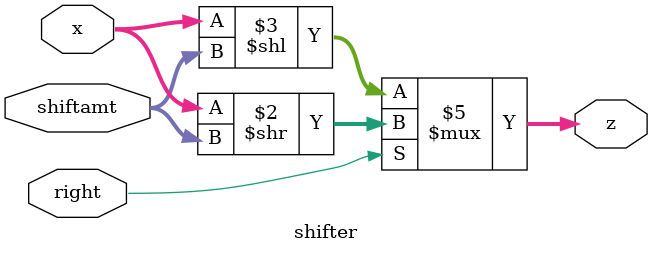
<source format=v>
module shifter(
    input wire [7:0] x,      
    input wire [2:0] shiftamt, 
    input wire right,          
    output reg [7:0] z     
);
    always @(*) begin
        if (right)
            z = x >> shiftamt; // Right shift
        else
            z = x << shiftamt; // Left shift
    end
endmodule

</source>
